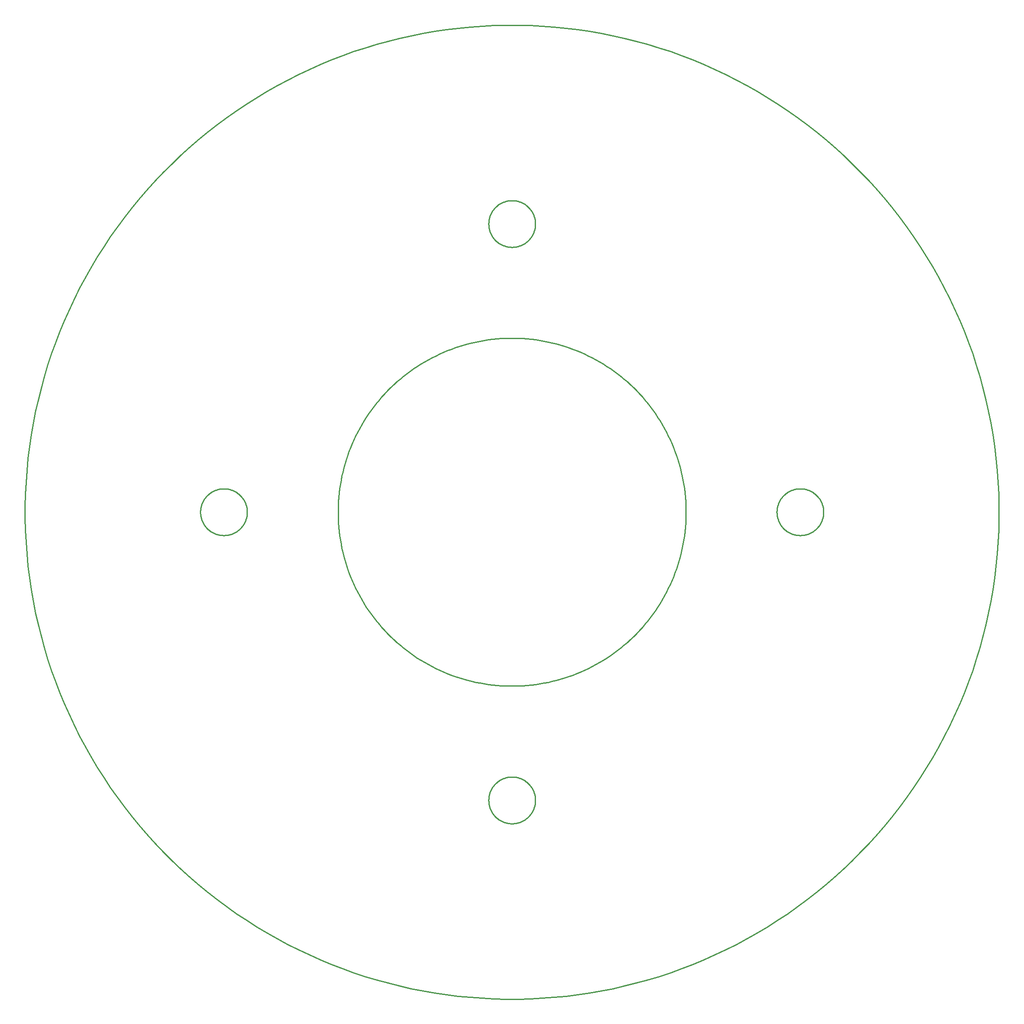
<source format=gbo>
G04 EAGLE Gerber RS-274X export*
G75*
%MOMM*%
%FSLAX34Y34*%
%LPD*%
%INSilkscreen Bottom*%
%IPPOS*%
%AMOC8*
5,1,8,0,0,1.08239X$1,22.5*%
G01*
%ADD10C,0.254000*%


D10*
X980000Y-12027D02*
X980000Y12027D01*
X979410Y36074D01*
X978229Y60099D01*
X976460Y84088D01*
X974102Y108026D01*
X971158Y131899D01*
X967628Y155693D01*
X963516Y179393D01*
X958823Y202984D01*
X953553Y226454D01*
X947708Y249787D01*
X941293Y272970D01*
X934310Y295988D01*
X926765Y318828D01*
X918661Y341476D01*
X910004Y363918D01*
X900799Y386141D01*
X891052Y408132D01*
X880767Y429876D01*
X869952Y451362D01*
X858613Y472576D01*
X846757Y493505D01*
X834391Y514137D01*
X821522Y534459D01*
X808158Y554459D01*
X794308Y574125D01*
X779979Y593446D01*
X765180Y612408D01*
X749920Y631002D01*
X734209Y649216D01*
X718055Y667039D01*
X701469Y684460D01*
X684460Y701469D01*
X667039Y718055D01*
X649216Y734209D01*
X631002Y749920D01*
X612408Y765180D01*
X593446Y779979D01*
X574125Y794308D01*
X554459Y808158D01*
X534459Y821522D01*
X514137Y834391D01*
X493505Y846757D01*
X472576Y858613D01*
X451362Y869952D01*
X429876Y880767D01*
X408132Y891052D01*
X386141Y900799D01*
X363918Y910004D01*
X341476Y918661D01*
X318828Y926765D01*
X295988Y934310D01*
X272970Y941293D01*
X249787Y947708D01*
X226454Y953553D01*
X202984Y958823D01*
X179393Y963516D01*
X155693Y967628D01*
X131899Y971158D01*
X108026Y974102D01*
X84088Y976460D01*
X60099Y978229D01*
X36074Y979410D01*
X12027Y980000D01*
X-12027Y980000D01*
X-36074Y979410D01*
X-60099Y978229D01*
X-84088Y976460D01*
X-108026Y974102D01*
X-131899Y971158D01*
X-155693Y967628D01*
X-179393Y963516D01*
X-202984Y958823D01*
X-226454Y953553D01*
X-249787Y947708D01*
X-272970Y941293D01*
X-295988Y934310D01*
X-318828Y926765D01*
X-341476Y918661D01*
X-363918Y910004D01*
X-386141Y900799D01*
X-408132Y891052D01*
X-429876Y880767D01*
X-451362Y869952D01*
X-472576Y858613D01*
X-493505Y846757D01*
X-514137Y834391D01*
X-534459Y821522D01*
X-554459Y808158D01*
X-574125Y794308D01*
X-593446Y779979D01*
X-612408Y765180D01*
X-631002Y749920D01*
X-649216Y734209D01*
X-667039Y718055D01*
X-684460Y701469D01*
X-701469Y684460D01*
X-718055Y667039D01*
X-734209Y649216D01*
X-749920Y631002D01*
X-765180Y612408D01*
X-779979Y593446D01*
X-794308Y574125D01*
X-808158Y554459D01*
X-821522Y534459D01*
X-834391Y514137D01*
X-846757Y493505D01*
X-858613Y472576D01*
X-869952Y451362D01*
X-880767Y429876D01*
X-891052Y408132D01*
X-900799Y386141D01*
X-910004Y363918D01*
X-918661Y341476D01*
X-926765Y318828D01*
X-934310Y295988D01*
X-941293Y272970D01*
X-947708Y249787D01*
X-953553Y226454D01*
X-958823Y202984D01*
X-963516Y179393D01*
X-967628Y155693D01*
X-971158Y131899D01*
X-974102Y108026D01*
X-976460Y84088D01*
X-978229Y60099D01*
X-979410Y36074D01*
X-980000Y12027D01*
X-980000Y-12027D01*
X-979410Y-36074D01*
X-978229Y-60099D01*
X-976460Y-84088D01*
X-974102Y-108026D01*
X-971158Y-131899D01*
X-967628Y-155693D01*
X-963516Y-179393D01*
X-958823Y-202984D01*
X-953553Y-226454D01*
X-947708Y-249787D01*
X-941293Y-272970D01*
X-934310Y-295988D01*
X-926765Y-318828D01*
X-918661Y-341476D01*
X-910004Y-363918D01*
X-900799Y-386141D01*
X-891052Y-408132D01*
X-880767Y-429876D01*
X-869952Y-451362D01*
X-858613Y-472576D01*
X-846757Y-493505D01*
X-834391Y-514137D01*
X-821522Y-534459D01*
X-808158Y-554459D01*
X-794308Y-574125D01*
X-779979Y-593446D01*
X-765180Y-612408D01*
X-749920Y-631002D01*
X-734209Y-649216D01*
X-718055Y-667039D01*
X-701469Y-684460D01*
X-684460Y-701469D01*
X-667039Y-718055D01*
X-649216Y-734209D01*
X-631002Y-749920D01*
X-612408Y-765180D01*
X-593446Y-779979D01*
X-574125Y-794308D01*
X-554459Y-808158D01*
X-534459Y-821522D01*
X-514137Y-834391D01*
X-493505Y-846757D01*
X-472576Y-858613D01*
X-451362Y-869952D01*
X-429876Y-880767D01*
X-408132Y-891052D01*
X-386141Y-900799D01*
X-363918Y-910004D01*
X-341476Y-918661D01*
X-318828Y-926765D01*
X-295988Y-934310D01*
X-272970Y-941293D01*
X-249787Y-947708D01*
X-226454Y-953553D01*
X-202984Y-958823D01*
X-179393Y-963516D01*
X-155693Y-967628D01*
X-131899Y-971158D01*
X-108026Y-974102D01*
X-84088Y-976460D01*
X-60099Y-978229D01*
X-36074Y-979410D01*
X-12027Y-980000D01*
X12027Y-980000D01*
X36074Y-979410D01*
X60099Y-978229D01*
X84088Y-976460D01*
X108026Y-974102D01*
X131899Y-971158D01*
X155693Y-967628D01*
X179393Y-963516D01*
X202984Y-958823D01*
X226454Y-953553D01*
X249787Y-947708D01*
X272970Y-941293D01*
X295988Y-934310D01*
X318828Y-926765D01*
X341476Y-918661D01*
X363918Y-910004D01*
X386141Y-900799D01*
X408132Y-891052D01*
X429876Y-880767D01*
X451362Y-869952D01*
X472576Y-858613D01*
X493505Y-846757D01*
X514137Y-834391D01*
X534459Y-821522D01*
X554459Y-808158D01*
X574125Y-794308D01*
X593446Y-779979D01*
X612408Y-765180D01*
X631002Y-749920D01*
X649216Y-734209D01*
X667039Y-718055D01*
X684460Y-701469D01*
X701469Y-684460D01*
X718055Y-667039D01*
X734209Y-649216D01*
X749920Y-631002D01*
X765180Y-612408D01*
X779979Y-593446D01*
X794308Y-574125D01*
X808158Y-554459D01*
X821522Y-534459D01*
X834391Y-514137D01*
X846757Y-493505D01*
X858613Y-472576D01*
X869952Y-451362D01*
X880767Y-429876D01*
X891052Y-408132D01*
X900799Y-386141D01*
X910004Y-363918D01*
X918661Y-341476D01*
X926765Y-318828D01*
X934310Y-295988D01*
X941293Y-272970D01*
X947708Y-249787D01*
X953553Y-226454D01*
X958823Y-202984D01*
X963516Y-179393D01*
X967628Y-155693D01*
X971158Y-131899D01*
X974102Y-108026D01*
X976460Y-84088D01*
X978229Y-60099D01*
X979410Y-36074D01*
X980000Y-12027D01*
X627000Y-923D02*
X627000Y923D01*
X626928Y2767D01*
X626783Y4608D01*
X626566Y6441D01*
X626277Y8264D01*
X625917Y10074D01*
X625486Y11869D01*
X624985Y13646D01*
X624414Y15402D01*
X623776Y17133D01*
X623069Y18839D01*
X622296Y20515D01*
X621458Y22160D01*
X620556Y23770D01*
X619592Y25344D01*
X618566Y26879D01*
X617481Y28373D01*
X616339Y29822D01*
X615140Y31226D01*
X613887Y32581D01*
X612581Y33887D01*
X611226Y35140D01*
X609822Y36339D01*
X608373Y37481D01*
X606879Y38566D01*
X605344Y39592D01*
X603770Y40556D01*
X602160Y41458D01*
X600515Y42296D01*
X598839Y43069D01*
X597133Y43776D01*
X595402Y44414D01*
X593646Y44985D01*
X591869Y45486D01*
X590074Y45917D01*
X588264Y46277D01*
X586441Y46566D01*
X584608Y46783D01*
X582767Y46928D01*
X580923Y47000D01*
X579077Y47000D01*
X577233Y46928D01*
X575392Y46783D01*
X573559Y46566D01*
X571736Y46277D01*
X569926Y45917D01*
X568131Y45486D01*
X566354Y44985D01*
X564598Y44414D01*
X562867Y43776D01*
X561161Y43069D01*
X559485Y42296D01*
X557840Y41458D01*
X556230Y40556D01*
X554656Y39592D01*
X553121Y38566D01*
X551627Y37481D01*
X550178Y36339D01*
X548774Y35140D01*
X547419Y33887D01*
X546113Y32581D01*
X544860Y31226D01*
X543662Y29822D01*
X542519Y28373D01*
X541434Y26879D01*
X540408Y25344D01*
X539444Y23770D01*
X538542Y22160D01*
X537704Y20515D01*
X536931Y18839D01*
X536224Y17133D01*
X535586Y15402D01*
X535015Y13646D01*
X534514Y11869D01*
X534083Y10074D01*
X533723Y8264D01*
X533434Y6441D01*
X533217Y4608D01*
X533072Y2767D01*
X533000Y923D01*
X533000Y-923D01*
X533072Y-2767D01*
X533217Y-4608D01*
X533434Y-6441D01*
X533723Y-8264D01*
X534083Y-10074D01*
X534514Y-11869D01*
X535015Y-13646D01*
X535586Y-15402D01*
X536224Y-17133D01*
X536931Y-18839D01*
X537704Y-20515D01*
X538542Y-22160D01*
X539444Y-23770D01*
X540408Y-25344D01*
X541434Y-26879D01*
X542519Y-28373D01*
X543662Y-29822D01*
X544860Y-31226D01*
X546113Y-32581D01*
X547419Y-33887D01*
X548774Y-35140D01*
X550178Y-36339D01*
X551627Y-37481D01*
X553121Y-38566D01*
X554656Y-39592D01*
X556230Y-40556D01*
X557840Y-41458D01*
X559485Y-42296D01*
X561161Y-43069D01*
X562867Y-43776D01*
X564598Y-44414D01*
X566354Y-44985D01*
X568131Y-45486D01*
X569926Y-45917D01*
X571736Y-46277D01*
X573559Y-46566D01*
X575392Y-46783D01*
X577233Y-46928D01*
X579077Y-47000D01*
X580923Y-47000D01*
X582767Y-46928D01*
X584608Y-46783D01*
X586441Y-46566D01*
X588264Y-46277D01*
X590074Y-45917D01*
X591869Y-45486D01*
X593646Y-44985D01*
X595402Y-44414D01*
X597133Y-43776D01*
X598839Y-43069D01*
X600515Y-42296D01*
X602160Y-41458D01*
X603770Y-40556D01*
X605344Y-39592D01*
X606879Y-38566D01*
X608373Y-37481D01*
X609822Y-36339D01*
X611226Y-35140D01*
X612581Y-33887D01*
X613887Y-32581D01*
X615140Y-31226D01*
X616339Y-29822D01*
X617481Y-28373D01*
X618566Y-26879D01*
X619592Y-25344D01*
X620556Y-23770D01*
X621458Y-22160D01*
X622296Y-20515D01*
X623069Y-18839D01*
X623776Y-17133D01*
X624414Y-15402D01*
X624985Y-13646D01*
X625486Y-11869D01*
X625917Y-10074D01*
X626277Y-8264D01*
X626566Y-6441D01*
X626783Y-4608D01*
X626928Y-2767D01*
X627000Y-923D01*
X47000Y579077D02*
X47000Y580923D01*
X46928Y582767D01*
X46783Y584608D01*
X46566Y586441D01*
X46277Y588264D01*
X45917Y590074D01*
X45486Y591869D01*
X44985Y593646D01*
X44414Y595402D01*
X43776Y597133D01*
X43069Y598839D01*
X42296Y600515D01*
X41458Y602160D01*
X40556Y603770D01*
X39592Y605344D01*
X38566Y606879D01*
X37481Y608373D01*
X36339Y609822D01*
X35140Y611226D01*
X33887Y612581D01*
X32581Y613887D01*
X31226Y615140D01*
X29822Y616339D01*
X28373Y617481D01*
X26879Y618566D01*
X25344Y619592D01*
X23770Y620556D01*
X22160Y621458D01*
X20515Y622296D01*
X18839Y623069D01*
X17133Y623776D01*
X15402Y624414D01*
X13646Y624985D01*
X11869Y625486D01*
X10074Y625917D01*
X8264Y626277D01*
X6441Y626566D01*
X4608Y626783D01*
X2767Y626928D01*
X923Y627000D01*
X-923Y627000D01*
X-2767Y626928D01*
X-4608Y626783D01*
X-6441Y626566D01*
X-8264Y626277D01*
X-10074Y625917D01*
X-11869Y625486D01*
X-13646Y624985D01*
X-15402Y624414D01*
X-17133Y623776D01*
X-18839Y623069D01*
X-20515Y622296D01*
X-22160Y621458D01*
X-23770Y620556D01*
X-25344Y619592D01*
X-26879Y618566D01*
X-28373Y617481D01*
X-29822Y616339D01*
X-31226Y615140D01*
X-32581Y613887D01*
X-33887Y612581D01*
X-35140Y611226D01*
X-36339Y609822D01*
X-37481Y608373D01*
X-38566Y606879D01*
X-39592Y605344D01*
X-40556Y603770D01*
X-41458Y602160D01*
X-42296Y600515D01*
X-43069Y598839D01*
X-43776Y597133D01*
X-44414Y595402D01*
X-44985Y593646D01*
X-45486Y591869D01*
X-45917Y590074D01*
X-46277Y588264D01*
X-46566Y586441D01*
X-46783Y584608D01*
X-46928Y582767D01*
X-47000Y580923D01*
X-47000Y579077D01*
X-46928Y577233D01*
X-46783Y575392D01*
X-46566Y573559D01*
X-46277Y571736D01*
X-45917Y569926D01*
X-45486Y568131D01*
X-44985Y566354D01*
X-44414Y564598D01*
X-43776Y562867D01*
X-43069Y561161D01*
X-42296Y559485D01*
X-41458Y557840D01*
X-40556Y556230D01*
X-39592Y554656D01*
X-38566Y553121D01*
X-37481Y551627D01*
X-36339Y550178D01*
X-35140Y548774D01*
X-33887Y547419D01*
X-32581Y546113D01*
X-31226Y544860D01*
X-29822Y543662D01*
X-28373Y542519D01*
X-26879Y541434D01*
X-25344Y540408D01*
X-23770Y539444D01*
X-22160Y538542D01*
X-20515Y537704D01*
X-18839Y536931D01*
X-17133Y536224D01*
X-15402Y535586D01*
X-13646Y535015D01*
X-11869Y534514D01*
X-10074Y534083D01*
X-8264Y533723D01*
X-6441Y533434D01*
X-4608Y533217D01*
X-2767Y533072D01*
X-923Y533000D01*
X923Y533000D01*
X2767Y533072D01*
X4608Y533217D01*
X6441Y533434D01*
X8264Y533723D01*
X10074Y534083D01*
X11869Y534514D01*
X13646Y535015D01*
X15402Y535586D01*
X17133Y536224D01*
X18839Y536931D01*
X20515Y537704D01*
X22160Y538542D01*
X23770Y539444D01*
X25344Y540408D01*
X26879Y541434D01*
X28373Y542519D01*
X29822Y543662D01*
X31226Y544860D01*
X32581Y546113D01*
X33887Y547419D01*
X35140Y548774D01*
X36339Y550178D01*
X37481Y551627D01*
X38566Y553121D01*
X39592Y554656D01*
X40556Y556230D01*
X41458Y557840D01*
X42296Y559485D01*
X43069Y561161D01*
X43776Y562867D01*
X44414Y564598D01*
X44985Y566354D01*
X45486Y568131D01*
X45917Y569926D01*
X46277Y571736D01*
X46566Y573559D01*
X46783Y575392D01*
X46928Y577233D01*
X47000Y579077D01*
X-533000Y-923D02*
X-533000Y923D01*
X-533072Y2767D01*
X-533217Y4608D01*
X-533434Y6441D01*
X-533723Y8264D01*
X-534083Y10074D01*
X-534514Y11869D01*
X-535015Y13646D01*
X-535586Y15402D01*
X-536224Y17133D01*
X-536931Y18839D01*
X-537704Y20515D01*
X-538542Y22160D01*
X-539444Y23770D01*
X-540408Y25344D01*
X-541434Y26879D01*
X-542519Y28373D01*
X-543662Y29822D01*
X-544860Y31226D01*
X-546113Y32581D01*
X-547419Y33887D01*
X-548774Y35140D01*
X-550178Y36339D01*
X-551627Y37481D01*
X-553121Y38566D01*
X-554656Y39592D01*
X-556230Y40556D01*
X-557840Y41458D01*
X-559485Y42296D01*
X-561161Y43069D01*
X-562867Y43776D01*
X-564598Y44414D01*
X-566354Y44985D01*
X-568131Y45486D01*
X-569926Y45917D01*
X-571736Y46277D01*
X-573559Y46566D01*
X-575392Y46783D01*
X-577233Y46928D01*
X-579077Y47000D01*
X-580923Y47000D01*
X-582767Y46928D01*
X-584608Y46783D01*
X-586441Y46566D01*
X-588264Y46277D01*
X-590074Y45917D01*
X-591869Y45486D01*
X-593646Y44985D01*
X-595402Y44414D01*
X-597133Y43776D01*
X-598839Y43069D01*
X-600515Y42296D01*
X-602160Y41458D01*
X-603770Y40556D01*
X-605344Y39592D01*
X-606879Y38566D01*
X-608373Y37481D01*
X-609822Y36339D01*
X-611226Y35140D01*
X-612581Y33887D01*
X-613887Y32581D01*
X-615140Y31226D01*
X-616339Y29822D01*
X-617481Y28373D01*
X-618566Y26879D01*
X-619592Y25344D01*
X-620556Y23770D01*
X-621458Y22160D01*
X-622296Y20515D01*
X-623069Y18839D01*
X-623776Y17133D01*
X-624414Y15402D01*
X-624985Y13646D01*
X-625486Y11869D01*
X-625917Y10074D01*
X-626277Y8264D01*
X-626566Y6441D01*
X-626783Y4608D01*
X-626928Y2767D01*
X-627000Y923D01*
X-627000Y-923D01*
X-626928Y-2767D01*
X-626783Y-4608D01*
X-626566Y-6441D01*
X-626277Y-8264D01*
X-625917Y-10074D01*
X-625486Y-11869D01*
X-624985Y-13646D01*
X-624414Y-15402D01*
X-623776Y-17133D01*
X-623069Y-18839D01*
X-622296Y-20515D01*
X-621458Y-22160D01*
X-620556Y-23770D01*
X-619592Y-25344D01*
X-618566Y-26879D01*
X-617481Y-28373D01*
X-616339Y-29822D01*
X-615140Y-31226D01*
X-613887Y-32581D01*
X-612581Y-33887D01*
X-611226Y-35140D01*
X-609822Y-36339D01*
X-608373Y-37481D01*
X-606879Y-38566D01*
X-605344Y-39592D01*
X-603770Y-40556D01*
X-602160Y-41458D01*
X-600515Y-42296D01*
X-598839Y-43069D01*
X-597133Y-43776D01*
X-595402Y-44414D01*
X-593646Y-44985D01*
X-591869Y-45486D01*
X-590074Y-45917D01*
X-588264Y-46277D01*
X-586441Y-46566D01*
X-584608Y-46783D01*
X-582767Y-46928D01*
X-580923Y-47000D01*
X-579077Y-47000D01*
X-577233Y-46928D01*
X-575392Y-46783D01*
X-573559Y-46566D01*
X-571736Y-46277D01*
X-569926Y-45917D01*
X-568131Y-45486D01*
X-566354Y-44985D01*
X-564598Y-44414D01*
X-562867Y-43776D01*
X-561161Y-43069D01*
X-559485Y-42296D01*
X-557840Y-41458D01*
X-556230Y-40556D01*
X-554656Y-39592D01*
X-553121Y-38566D01*
X-551627Y-37481D01*
X-550178Y-36339D01*
X-548774Y-35140D01*
X-547419Y-33887D01*
X-546113Y-32581D01*
X-544860Y-31226D01*
X-543662Y-29822D01*
X-542519Y-28373D01*
X-541434Y-26879D01*
X-540408Y-25344D01*
X-539444Y-23770D01*
X-538542Y-22160D01*
X-537704Y-20515D01*
X-536931Y-18839D01*
X-536224Y-17133D01*
X-535586Y-15402D01*
X-535015Y-13646D01*
X-534514Y-11869D01*
X-534083Y-10074D01*
X-533723Y-8264D01*
X-533434Y-6441D01*
X-533217Y-4608D01*
X-533072Y-2767D01*
X-533000Y-923D01*
X47000Y-580923D02*
X47000Y-579077D01*
X46928Y-577233D01*
X46783Y-575392D01*
X46566Y-573559D01*
X46277Y-571736D01*
X45917Y-569926D01*
X45486Y-568131D01*
X44985Y-566354D01*
X44414Y-564598D01*
X43776Y-562867D01*
X43069Y-561161D01*
X42296Y-559485D01*
X41458Y-557840D01*
X40556Y-556230D01*
X39592Y-554656D01*
X38566Y-553121D01*
X37481Y-551627D01*
X36339Y-550178D01*
X35140Y-548774D01*
X33887Y-547419D01*
X32581Y-546113D01*
X31226Y-544860D01*
X29822Y-543662D01*
X28373Y-542519D01*
X26879Y-541434D01*
X25344Y-540408D01*
X23770Y-539444D01*
X22160Y-538542D01*
X20515Y-537704D01*
X18839Y-536931D01*
X17133Y-536224D01*
X15402Y-535586D01*
X13646Y-535015D01*
X11869Y-534514D01*
X10074Y-534083D01*
X8264Y-533723D01*
X6441Y-533434D01*
X4608Y-533217D01*
X2767Y-533072D01*
X923Y-533000D01*
X-923Y-533000D01*
X-2767Y-533072D01*
X-4608Y-533217D01*
X-6441Y-533434D01*
X-8264Y-533723D01*
X-10074Y-534083D01*
X-11869Y-534514D01*
X-13646Y-535015D01*
X-15402Y-535586D01*
X-17133Y-536224D01*
X-18839Y-536931D01*
X-20515Y-537704D01*
X-22160Y-538542D01*
X-23770Y-539444D01*
X-25344Y-540408D01*
X-26879Y-541434D01*
X-28373Y-542519D01*
X-29822Y-543662D01*
X-31226Y-544860D01*
X-32581Y-546113D01*
X-33887Y-547419D01*
X-35140Y-548774D01*
X-36339Y-550178D01*
X-37481Y-551627D01*
X-38566Y-553121D01*
X-39592Y-554656D01*
X-40556Y-556230D01*
X-41458Y-557840D01*
X-42296Y-559485D01*
X-43069Y-561161D01*
X-43776Y-562867D01*
X-44414Y-564598D01*
X-44985Y-566354D01*
X-45486Y-568131D01*
X-45917Y-569926D01*
X-46277Y-571736D01*
X-46566Y-573559D01*
X-46783Y-575392D01*
X-46928Y-577233D01*
X-47000Y-579077D01*
X-47000Y-580923D01*
X-46928Y-582767D01*
X-46783Y-584608D01*
X-46566Y-586441D01*
X-46277Y-588264D01*
X-45917Y-590074D01*
X-45486Y-591869D01*
X-44985Y-593646D01*
X-44414Y-595402D01*
X-43776Y-597133D01*
X-43069Y-598839D01*
X-42296Y-600515D01*
X-41458Y-602160D01*
X-40556Y-603770D01*
X-39592Y-605344D01*
X-38566Y-606879D01*
X-37481Y-608373D01*
X-36339Y-609822D01*
X-35140Y-611226D01*
X-33887Y-612581D01*
X-32581Y-613887D01*
X-31226Y-615140D01*
X-29822Y-616339D01*
X-28373Y-617481D01*
X-26879Y-618566D01*
X-25344Y-619592D01*
X-23770Y-620556D01*
X-22160Y-621458D01*
X-20515Y-622296D01*
X-18839Y-623069D01*
X-17133Y-623776D01*
X-15402Y-624414D01*
X-13646Y-624985D01*
X-11869Y-625486D01*
X-10074Y-625917D01*
X-8264Y-626277D01*
X-6441Y-626566D01*
X-4608Y-626783D01*
X-2767Y-626928D01*
X-923Y-627000D01*
X923Y-627000D01*
X2767Y-626928D01*
X4608Y-626783D01*
X6441Y-626566D01*
X8264Y-626277D01*
X10074Y-625917D01*
X11869Y-625486D01*
X13646Y-624985D01*
X15402Y-624414D01*
X17133Y-623776D01*
X18839Y-623069D01*
X20515Y-622296D01*
X22160Y-621458D01*
X23770Y-620556D01*
X25344Y-619592D01*
X26879Y-618566D01*
X28373Y-617481D01*
X29822Y-616339D01*
X31226Y-615140D01*
X32581Y-613887D01*
X33887Y-612581D01*
X35140Y-611226D01*
X36339Y-609822D01*
X37481Y-608373D01*
X38566Y-606879D01*
X39592Y-605344D01*
X40556Y-603770D01*
X41458Y-602160D01*
X42296Y-600515D01*
X43069Y-598839D01*
X43776Y-597133D01*
X44414Y-595402D01*
X44985Y-593646D01*
X45486Y-591869D01*
X45917Y-590074D01*
X46277Y-588264D01*
X46566Y-586441D01*
X46783Y-584608D01*
X46928Y-582767D01*
X47000Y-580923D01*
X350000Y-4295D02*
X350000Y4295D01*
X349789Y12884D01*
X349368Y21464D01*
X348736Y30031D01*
X347894Y38581D01*
X346842Y47107D01*
X345582Y55605D01*
X344113Y64069D01*
X342437Y72494D01*
X340555Y80876D01*
X338467Y89210D01*
X336176Y97489D01*
X333682Y105710D01*
X330988Y113867D01*
X328093Y121956D01*
X325002Y129971D01*
X321714Y137908D01*
X318233Y145761D01*
X314560Y153527D01*
X310697Y161201D01*
X306648Y168777D01*
X302413Y176252D01*
X297997Y183620D01*
X293401Y190878D01*
X288628Y198021D01*
X283681Y205045D01*
X278564Y211945D01*
X273279Y218717D01*
X267829Y225358D01*
X262217Y231863D01*
X256448Y238228D01*
X250525Y244450D01*
X244450Y250525D01*
X238228Y256448D01*
X231863Y262217D01*
X225358Y267829D01*
X218717Y273279D01*
X211945Y278564D01*
X205045Y283681D01*
X198021Y288628D01*
X190878Y293401D01*
X183620Y297997D01*
X176252Y302413D01*
X168777Y306648D01*
X161201Y310697D01*
X153527Y314560D01*
X145761Y318233D01*
X137908Y321714D01*
X129971Y325002D01*
X121956Y328093D01*
X113867Y330988D01*
X105710Y333682D01*
X97489Y336176D01*
X89210Y338467D01*
X80876Y340555D01*
X72494Y342437D01*
X64069Y344113D01*
X55605Y345582D01*
X47107Y346842D01*
X38581Y347894D01*
X30031Y348736D01*
X21464Y349368D01*
X12884Y349789D01*
X4295Y350000D01*
X-4295Y350000D01*
X-12884Y349789D01*
X-21464Y349368D01*
X-30031Y348736D01*
X-38581Y347894D01*
X-47107Y346842D01*
X-55605Y345582D01*
X-64069Y344113D01*
X-72494Y342437D01*
X-80876Y340555D01*
X-89210Y338467D01*
X-97489Y336176D01*
X-105710Y333682D01*
X-113867Y330988D01*
X-121956Y328093D01*
X-129971Y325002D01*
X-137908Y321714D01*
X-145761Y318233D01*
X-153527Y314560D01*
X-161201Y310697D01*
X-168777Y306648D01*
X-176252Y302413D01*
X-183620Y297997D01*
X-190878Y293401D01*
X-198021Y288628D01*
X-205045Y283681D01*
X-211945Y278564D01*
X-218717Y273279D01*
X-225358Y267829D01*
X-231863Y262217D01*
X-238228Y256448D01*
X-244450Y250525D01*
X-250525Y244450D01*
X-256448Y238228D01*
X-262217Y231863D01*
X-267829Y225358D01*
X-273279Y218717D01*
X-278564Y211945D01*
X-283681Y205045D01*
X-288628Y198021D01*
X-293401Y190878D01*
X-297997Y183620D01*
X-302413Y176252D01*
X-306648Y168777D01*
X-310697Y161201D01*
X-314560Y153527D01*
X-318233Y145761D01*
X-321714Y137908D01*
X-325002Y129971D01*
X-328093Y121956D01*
X-330988Y113867D01*
X-333682Y105710D01*
X-336176Y97489D01*
X-338467Y89210D01*
X-340555Y80876D01*
X-342437Y72494D01*
X-344113Y64069D01*
X-345582Y55605D01*
X-346842Y47107D01*
X-347894Y38581D01*
X-348736Y30031D01*
X-349368Y21464D01*
X-349789Y12884D01*
X-350000Y4295D01*
X-350000Y-4295D01*
X-349789Y-12884D01*
X-349368Y-21464D01*
X-348736Y-30031D01*
X-347894Y-38581D01*
X-346842Y-47107D01*
X-345582Y-55605D01*
X-344113Y-64069D01*
X-342437Y-72494D01*
X-340555Y-80876D01*
X-338467Y-89210D01*
X-336176Y-97489D01*
X-333682Y-105710D01*
X-330988Y-113867D01*
X-328093Y-121956D01*
X-325002Y-129971D01*
X-321714Y-137908D01*
X-318233Y-145761D01*
X-314560Y-153527D01*
X-310697Y-161201D01*
X-306648Y-168777D01*
X-302413Y-176252D01*
X-297997Y-183620D01*
X-293401Y-190878D01*
X-288628Y-198021D01*
X-283681Y-205045D01*
X-278564Y-211945D01*
X-273279Y-218717D01*
X-267829Y-225358D01*
X-262217Y-231863D01*
X-256448Y-238228D01*
X-250525Y-244450D01*
X-244450Y-250525D01*
X-238228Y-256448D01*
X-231863Y-262217D01*
X-225358Y-267829D01*
X-218717Y-273279D01*
X-211945Y-278564D01*
X-205045Y-283681D01*
X-198021Y-288628D01*
X-190878Y-293401D01*
X-183620Y-297997D01*
X-176252Y-302413D01*
X-168777Y-306648D01*
X-161201Y-310697D01*
X-153527Y-314560D01*
X-145761Y-318233D01*
X-137908Y-321714D01*
X-129971Y-325002D01*
X-121956Y-328093D01*
X-113867Y-330988D01*
X-105710Y-333682D01*
X-97489Y-336176D01*
X-89210Y-338467D01*
X-80876Y-340555D01*
X-72494Y-342437D01*
X-64069Y-344113D01*
X-55605Y-345582D01*
X-47107Y-346842D01*
X-38581Y-347894D01*
X-30031Y-348736D01*
X-21464Y-349368D01*
X-12884Y-349789D01*
X-4295Y-350000D01*
X4295Y-350000D01*
X12884Y-349789D01*
X21464Y-349368D01*
X30031Y-348736D01*
X38581Y-347894D01*
X47107Y-346842D01*
X55605Y-345582D01*
X64069Y-344113D01*
X72494Y-342437D01*
X80876Y-340555D01*
X89210Y-338467D01*
X97489Y-336176D01*
X105710Y-333682D01*
X113867Y-330988D01*
X121956Y-328093D01*
X129971Y-325002D01*
X137908Y-321714D01*
X145761Y-318233D01*
X153527Y-314560D01*
X161201Y-310697D01*
X168777Y-306648D01*
X176252Y-302413D01*
X183620Y-297997D01*
X190878Y-293401D01*
X198021Y-288628D01*
X205045Y-283681D01*
X211945Y-278564D01*
X218717Y-273279D01*
X225358Y-267829D01*
X231863Y-262217D01*
X238228Y-256448D01*
X244450Y-250525D01*
X250525Y-244450D01*
X256448Y-238228D01*
X262217Y-231863D01*
X267829Y-225358D01*
X273279Y-218717D01*
X278564Y-211945D01*
X283681Y-205045D01*
X288628Y-198021D01*
X293401Y-190878D01*
X297997Y-183620D01*
X302413Y-176252D01*
X306648Y-168777D01*
X310697Y-161201D01*
X314560Y-153527D01*
X318233Y-145761D01*
X321714Y-137908D01*
X325002Y-129971D01*
X328093Y-121956D01*
X330988Y-113867D01*
X333682Y-105710D01*
X336176Y-97489D01*
X338467Y-89210D01*
X340555Y-80876D01*
X342437Y-72494D01*
X344113Y-64069D01*
X345582Y-55605D01*
X346842Y-47107D01*
X347894Y-38581D01*
X348736Y-30031D01*
X349368Y-21464D01*
X349789Y-12884D01*
X350000Y-4295D01*
M02*

</source>
